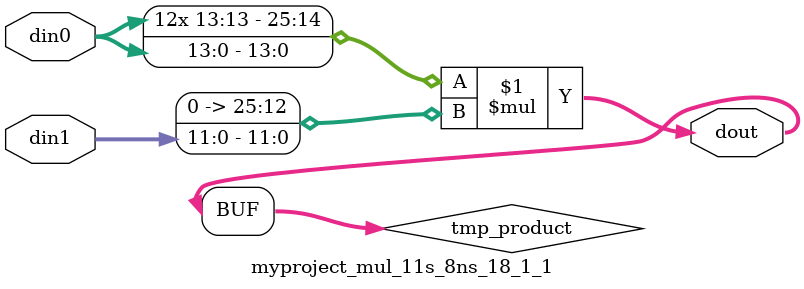
<source format=v>

`timescale 1 ns / 1 ps

 module myproject_mul_11s_8ns_18_1_1(din0, din1, dout);
parameter ID = 1;
parameter NUM_STAGE = 0;
parameter din0_WIDTH = 14;
parameter din1_WIDTH = 12;
parameter dout_WIDTH = 26;

input [din0_WIDTH - 1 : 0] din0; 
input [din1_WIDTH - 1 : 0] din1; 
output [dout_WIDTH - 1 : 0] dout;

wire signed [dout_WIDTH - 1 : 0] tmp_product;


























assign tmp_product = $signed(din0) * $signed({1'b0, din1});









assign dout = tmp_product;





















endmodule

</source>
